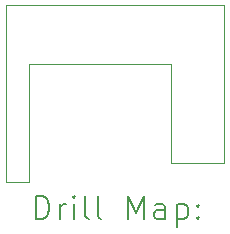
<source format=gbr>
%FSLAX45Y45*%
G04 Gerber Fmt 4.5, Leading zero omitted, Abs format (unit mm)*
G04 Created by KiCad (PCBNEW (6.0.6)) date 2022-07-17 20:24:15*
%MOMM*%
%LPD*%
G01*
G04 APERTURE LIST*
%TA.AperFunction,Profile*%
%ADD10C,0.050000*%
%TD*%
%ADD11C,0.200000*%
G04 APERTURE END LIST*
D10*
X16050000Y-9338000D02*
X15600000Y-9338000D01*
X14400000Y-8500000D02*
X15600000Y-8500000D01*
X14200000Y-9500000D02*
X14200000Y-8000000D01*
X14400000Y-9500000D02*
X14400000Y-8500000D01*
X15600000Y-8500000D02*
X15600000Y-9338000D01*
X14400000Y-9500000D02*
X14200000Y-9500000D01*
X16050000Y-8000000D02*
X16050000Y-9338000D01*
X14200000Y-8000000D02*
X16050000Y-8000000D01*
D11*
X14455119Y-9812976D02*
X14455119Y-9612976D01*
X14502738Y-9612976D01*
X14531309Y-9622500D01*
X14550357Y-9641548D01*
X14559881Y-9660595D01*
X14569405Y-9698690D01*
X14569405Y-9727262D01*
X14559881Y-9765357D01*
X14550357Y-9784405D01*
X14531309Y-9803452D01*
X14502738Y-9812976D01*
X14455119Y-9812976D01*
X14655119Y-9812976D02*
X14655119Y-9679643D01*
X14655119Y-9717738D02*
X14664643Y-9698690D01*
X14674167Y-9689167D01*
X14693214Y-9679643D01*
X14712262Y-9679643D01*
X14778928Y-9812976D02*
X14778928Y-9679643D01*
X14778928Y-9612976D02*
X14769405Y-9622500D01*
X14778928Y-9632024D01*
X14788452Y-9622500D01*
X14778928Y-9612976D01*
X14778928Y-9632024D01*
X14902738Y-9812976D02*
X14883690Y-9803452D01*
X14874167Y-9784405D01*
X14874167Y-9612976D01*
X15007500Y-9812976D02*
X14988452Y-9803452D01*
X14978928Y-9784405D01*
X14978928Y-9612976D01*
X15236071Y-9812976D02*
X15236071Y-9612976D01*
X15302738Y-9755833D01*
X15369405Y-9612976D01*
X15369405Y-9812976D01*
X15550357Y-9812976D02*
X15550357Y-9708214D01*
X15540833Y-9689167D01*
X15521786Y-9679643D01*
X15483690Y-9679643D01*
X15464643Y-9689167D01*
X15550357Y-9803452D02*
X15531309Y-9812976D01*
X15483690Y-9812976D01*
X15464643Y-9803452D01*
X15455119Y-9784405D01*
X15455119Y-9765357D01*
X15464643Y-9746310D01*
X15483690Y-9736786D01*
X15531309Y-9736786D01*
X15550357Y-9727262D01*
X15645595Y-9679643D02*
X15645595Y-9879643D01*
X15645595Y-9689167D02*
X15664643Y-9679643D01*
X15702738Y-9679643D01*
X15721786Y-9689167D01*
X15731309Y-9698690D01*
X15740833Y-9717738D01*
X15740833Y-9774881D01*
X15731309Y-9793929D01*
X15721786Y-9803452D01*
X15702738Y-9812976D01*
X15664643Y-9812976D01*
X15645595Y-9803452D01*
X15826548Y-9793929D02*
X15836071Y-9803452D01*
X15826548Y-9812976D01*
X15817024Y-9803452D01*
X15826548Y-9793929D01*
X15826548Y-9812976D01*
X15826548Y-9689167D02*
X15836071Y-9698690D01*
X15826548Y-9708214D01*
X15817024Y-9698690D01*
X15826548Y-9689167D01*
X15826548Y-9708214D01*
M02*

</source>
